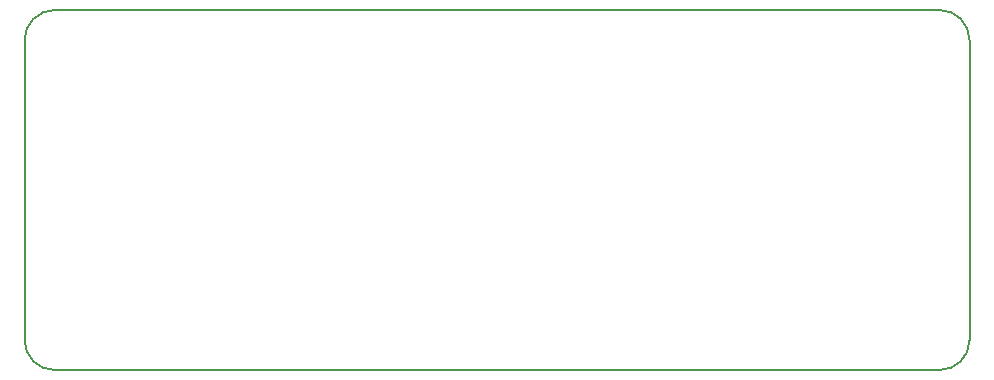
<source format=gm1>
G04 #@! TF.GenerationSoftware,KiCad,Pcbnew,5.0.0-fee4fd1~66~ubuntu18.04.1*
G04 #@! TF.CreationDate,2018-10-21T22:10:04-02:30*
G04 #@! TF.ProjectId,mpuBoard,6D7075426F6172642E6B696361645F70,rev?*
G04 #@! TF.SameCoordinates,Original*
G04 #@! TF.FileFunction,Profile,NP*
%FSLAX46Y46*%
G04 Gerber Fmt 4.6, Leading zero omitted, Abs format (unit mm)*
G04 Created by KiCad (PCBNEW 5.0.0-fee4fd1~66~ubuntu18.04.1) date Sun Oct 21 22:10:04 2018*
%MOMM*%
%LPD*%
G01*
G04 APERTURE LIST*
%ADD10C,0.150000*%
G04 APERTURE END LIST*
D10*
X72390000Y-111760000D02*
X147320000Y-111760000D01*
X69850000Y-85090000D02*
X69850000Y-109220000D01*
X147320000Y-81280000D02*
X72390000Y-81280000D01*
X149860000Y-109220000D02*
X149860000Y-83820000D01*
X69850000Y-85090000D02*
X69850000Y-83820000D01*
X149860000Y-109220000D02*
G75*
G02X147320000Y-111760000I-2540000J0D01*
G01*
X72390000Y-111760000D02*
G75*
G02X69850000Y-109220000I0J2540000D01*
G01*
X69850000Y-83820000D02*
G75*
G02X72390000Y-81280000I2540000J0D01*
G01*
X147320000Y-81280000D02*
G75*
G02X149860000Y-83820000I0J-2540000D01*
G01*
M02*

</source>
